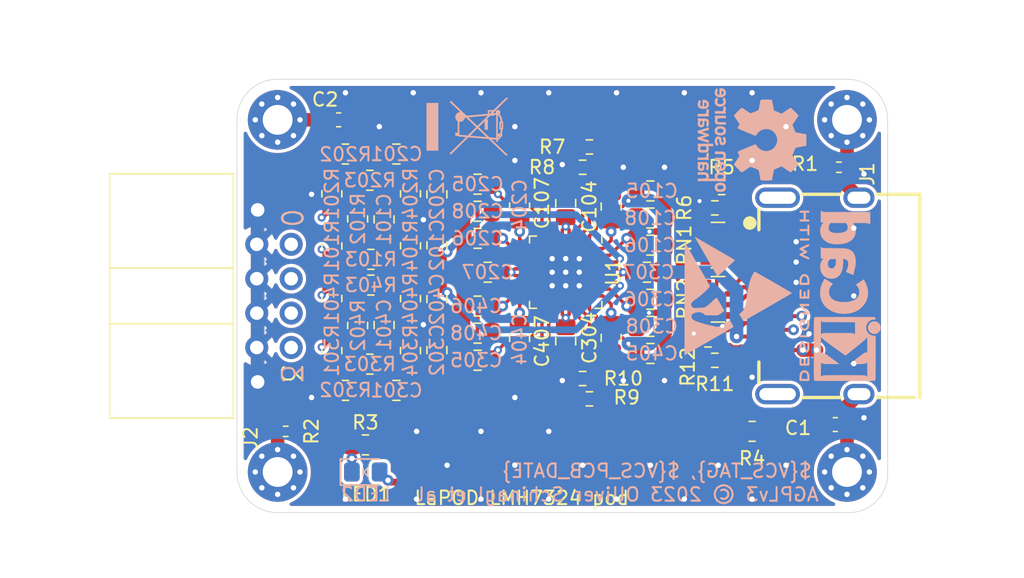
<source format=kicad_pcb>
(kicad_pcb (version 20221018) (generator pcbnew)
  (title_block (title "LaPOD LMH7324 pod") (company "Sergey Petrukhin, Peter Lampe, Nikki Smith & Olliver Schinagl") (comment 1 "AGPLv3 © 2023 Olliver Schinagl et al"))
  (layers (0 "F.Cu" signal) (1 "In1.Cu" signal) (2 "In2.Cu" signal) (31 "B.Cu" signal) (34 "B.Paste" user) (35 "F.Paste" user) (36 "B.SilkS" user "B.Silkscreen") (37 "F.SilkS" user "F.Silkscreen") (38 "B.Mask" user) (39 "F.Mask" user) (44 "Edge.Cuts" user))
  (net 0 "")
  (net 1 "GND")
  (net 2 "Earth")
  (net 3 "+2V5")
  (net 4 "-2V5")
  (net 5 "Net-(C101-Pad1)")
  (net 6 "Net-(U1A-+)")
  (net 7 "VREF")
  (net 8 "Net-(C201-Pad1)")
  (net 9 "Net-(U1B-+)")
  (net 10 "Net-(C301-Pad1)")
  (net 11 "Net-(U1C-+)")
  (net 12 "Net-(C401-Pad1)")
  (net 13 "Net-(U1D-+)")
  (net 14 "Net-(J1-D2+)")
  (net 15 "Net-(J1-D2-)")
  (net 16 "Net-(J1-D1+)")
  (net 17 "Net-(J1-D1-)")
  (net 18 "Net-(J1-D0+)")
  (net 19 "Net-(J1-D0-)")
  (net 20 "Net-(J1-CK+)")
  (net 21 "Net-(J1-CK-)")
  (net 22 "Net-(J1-HPD)")
  (net 23 "IN0")
  (net 24 "IN1")
  (net 25 "IN2")
  (net 26 "IN3")
  (net 27 "Net-(R101-Pad1)")
  (net 28 "Net-(R201-Pad1)")
  (net 29 "Net-(R301-Pad1)")
  (net 30 "Net-(R401-Pad1)")
  (net 31 "OUT0-")
  (net 32 "OUT0+")
  (net 33 "OUT1-")
  (net 34 "OUT1+")
  (net 35 "OUT2-")
  (net 36 "OUT2+")
  (net 37 "OUT3-")
  (net 38 "OUT3+")
  (net 39 "+4V")
  (net 40 "Net-(LED1-K)")
  (footprint "Resistor_SMD:R_0805_2012Metric_Pad1.20x1.40mm_HandSolder" (layer "F.Cu") (at 90.875 59.2)
    (fp_text reference "R403")
    (fp_text value "90.9 kΩ" hide)
  )
  (footprint "Capacitor_SMD:C_0805_2012Metric_Pad1.18x1.45mm_HandSolder" (layer "F.Cu") (at 98.75 64.75 180)
    (fp_text reference "C305")
    (fp_text value "100 nF" hide)
  )
  (footprint "Capacitor_SMD:C_0603_1608Metric_Pad1.08x0.95mm_HandSolder" (layer "F.Cu") (at 88.5 47 180)
    (fp_text reference "C2")
    (fp_text value "100 nF" hide)
  )
  (footprint "Resistor_SMD:R_0805_2012Metric_Pad1.20x1.40mm_HandSolder" (layer "F.Cu") (at 89 66.975 180)
    (fp_text reference "R302")
    (fp_text value "499 Ω" hide)
  )
  (footprint "Capacitor_SMD:C_0805_2012Metric_Pad1.18x1.45mm_HandSolder" (layer "F.Cu") (at 92.7625 49.525)
    (fp_text reference "C201")
    (fp_text value "3.3 pF" hide)
  )
  (footprint "Resistor_SMD:R_Array_Convex_4x0603" (layer "F.Cu") (at 116.4875 60.25)
    (fp_text reference "RN2")
    (fp_text value "49.9 Ω" hide)
  )
  (footprint "Capacitor_SMD:C_0805_2012Metric_Pad1.18x1.45mm_HandSolder" (layer "F.Cu") (at 108.6 53.4 90)
    (fp_text reference "C104")
    (fp_text value "100 nF" hide)
  )
  (footprint "Resistor_SMD:R_0603_1608Metric" (layer "F.Cu") (at 116.25 64.753937)
    (fp_text reference "R11")
    (fp_text value "220 Ω" hide)
  )
  (footprint "Resistor_SMD:R_0805_2012Metric_Pad1.20x1.40mm_HandSolder" (layer "F.Cu") (at 119 70 180)
    (fp_text reference "R4")
    (fp_text value "1 kΩ" hide)
  )
  (footprint "Capacitor_SMD:C_0805_2012Metric_Pad1.18x1.45mm_HandSolder" (layer "F.Cu") (at 95.75 56.2625 -90)
    (fp_text reference "C102")
    (fp_text value "27 pF" hide)
  )
  (footprint "Resistor_SMD:R_0603_1608Metric" (layer "F.Cu") (at 115.75 63.25 180)
    (fp_text reference "R12")
    (fp_text value "220 Ω" hide)
  )
  (footprint "Capacitor_SMD:C_0805_2012Metric_Pad1.18x1.45mm_HandSolder" (layer "F.Cu") (at 95.75 52.5 90)
    (fp_text reference "C202")
    (fp_text value "27 pF" hide)
  )
  (footprint "Capacitor_SMD:C_0805_2012Metric_Pad1.18x1.45mm_HandSolder" (layer "F.Cu") (at 111.5 60.25 180)
    (fp_text reference "C306")
    (fp_text value "100 nF" hide)
  )
  (footprint "MountingHole:MountingHole_2.2mm_M2_Pad_Via" (layer "F.Cu") (at 126 73 -90)
    (fp_text reference "H2" hide)
    (fp_text value "MountingHole_Pad" hide)
  )
  (footprint "Resistor_SMD:R_0402_1005Metric_Pad0.72x0.64mm_HandSolder" (layer "F.Cu") (at 84.5975 70 180)
    (fp_text reference "R2")
    (fp_text value "300 Ω" hide)
  )
  (footprint "Resistor_SMD:R_0805_2012Metric_Pad1.20x1.40mm_HandSolder" (layer "F.Cu") (at 90.475 71)
    (fp_text reference "R3")
    (fp_text value "1 kΩ" hide)
  )
  (footprint "Capacitor_SMD:C_0805_2012Metric_Pad1.18x1.45mm_HandSolder" (layer "F.Cu") (at 98.75 60.75)
    (fp_text reference "C406")
    (fp_text value "100 nF" hide)
  )
  (footprint "Resistor_SMD:R_0805_2012Metric_Pad1.20x1.40mm_HandSolder" (layer "F.Cu") (at 90.8 51.4625)
    (fp_text reference "R203")
    (fp_text value "90.9 kΩ" hide)
  )
  (footprint "Resistor_SMD:R_0805_2012Metric_Pad1.20x1.40mm_HandSolder" (layer "F.Cu") (at 93.8 64.0375 90)
    (fp_text reference "R304")
    (fp_text value "10 kΩ" hide)
  )
  (footprint "Resistor_SMD:R_0603_1608Metric" (layer "F.Cu") (at 106.5 66.1 180)
    (fp_text reference "R10")
    (fp_text value "220 Ω" hide)
  )
  (footprint "Capacitor_SMD:C_0805_2012Metric_Pad1.18x1.45mm_HandSolder" (layer "F.Cu") (at 111.5 56.25 180)
    (fp_text reference "C106")
    (fp_text value "100 nF" hide)
  )
  (footprint "Capacitor_SMD:C_0805_2012Metric_Pad1.18x1.45mm_HandSolder" (layer "F.Cu") (at 101.85 53.4 90)
    (fp_text reference "C204")
    (fp_text value "100 nF" hide)
  )
  (footprint "Capacitor_SMD:C_0805_2012Metric_Pad1.18x1.45mm_HandSolder" (layer "F.Cu") (at 95.75 60.2375 90)
    (fp_text reference "C402")
    (fp_text value "27 pF" hide)
  )
  (footprint "Resistor_SMD:R_0805_2012Metric_Pad1.20x1.40mm_HandSolder" (layer "F.Cu") (at 93.8 52.4625 -90)
    (fp_text reference "R204")
    (fp_text value "10 kΩ" hide)
  )
  (footprint "Capacitor_SMD:C_0805_2012Metric_Pad1.18x1.45mm_HandSolder" (layer "F.Cu") (at 105.25 63.35 -90)
    (fp_text reference "C407")
    (fp_text value "100 nF" hide)
  )
  (footprint "Capacitor_SMD:C_0805_2012Metric_Pad1.18x1.45mm_HandSolder" (layer "F.Cu") (at 98.75 55.75)
    (fp_text reference "C206")
    (fp_text value "100 nF" hide)
  )
  (footprint "Resistor_SMD:R_0805_2012Metric_Pad1.20x1.40mm_HandSolder" (layer "F.Cu") (at 90.875 57.3)
    (fp_text reference "R103")
    (fp_text value "90.9 kΩ" hide)
  )
  (footprint "Capacitor_SMD:C_0805_2012Metric_Pad1.18x1.45mm_HandSolder" (layer "F.Cu") (at 91.85 54.35 -90)
    (fp_text reference "C101")
    (fp_text value "3.3 pF" hide)
  )
  (footprint "Capacitor_SMD:C_0603_1608Metric_Pad1.08x0.95mm_HandSolder" (layer "F.Cu") (at 125.1375 69.5)
    (fp_text reference "C1")
    (fp_text value "100 nF" hide)
  )
  (footprint "MountingHole:MountingHole_2.2mm_M2_Pad_Via" (layer "F.Cu") (at 84 73 -90)
    (fp_text reference "H4" hide)
    (fp_text value "MountingHole_Pad" hide)
  )
  (footprint "Resistor_SMD:R_0805_2012Metric_Pad1.20x1.40mm_HandSolder" (layer "F.Cu") (at 89.9 62.1875 90)
    (fp_text reference "R402")
    (fp_text value "499 Ω" hide)
  )
  (footprint "Capacitor_SMD:C_0805_2012Metric_Pad1.18x1.45mm_HandSolder" (layer "F.Cu") (at 108.6 63.1 -90)
    (fp_text reference "C304")
    (fp_text value "100 nF" hide)
  )
  (footprint "Resistor_SMD:R_0805_2012Metric_Pad1.20x1.40mm_HandSolder" (layer "F.Cu") (at 88 60.1875 90)
    (fp_text reference "R401")
    (fp_text value "300 Ω" hide)
  )
  (footprint "Capacitor_SMD:C_0805_2012Metric_Pad1.18x1.45mm_HandSolder" (layer "F.Cu") (at 105.25 53.15 90)
    (fp_text reference "C107")
    (fp_text value "100 nF" hide)
  )
  (footprint "Capacitor_SMD:C_0805_2012Metric_Pad1.18x1.45mm_HandSolder" (layer "F.Cu") (at 111.5 64.25)
    (fp_text reference "C405")
    (fp_text value "100 nF" hide)
  )
  (footprint "Resistor_SMD:R_0603_1608Metric" (layer "F.Cu") (at 107 49)
    (fp_text reference "R7")
    (fp_text value "220 Ω" hide)
  )
  (footprint "LCSC:HDMI-SMD_HDMI-19PIN-043" (layer "F.Cu") (at 123.5 60 90)
    (fp_text reference "J1")
    (fp_text value "HDMI_A")
  )
  (footprint "Capacitor_SMD:C_0805_2012Metric_Pad1.18x1.45mm_HandSolder" (layer "F.Cu") (at 91.85 62.15 90)
    (fp_text reference "C401")
    (fp_text value "3.3 pF" hide)
  )
  (footprint "Capacitor_SMD:C_0805_2012Metric_Pad1.18x1.45mm_HandSolder" (layer "F.Cu") (at 98.75 51.75 180)
    (fp_text reference "C205")
    (fp_text value "100 nF" hide)
  )
  (footprint "Capacitor_SMD:C_0805_2012Metric_Pad1.18x1.45mm_HandSolder" (layer "F.Cu") (at 99.5 58.25 180)
    (fp_text reference "C207")
    (fp_text value "100 nF" hide)
  )
  (footprint "Capacitor_SMD:C_0805_2012Metric_Pad1.18x1.45mm_HandSolder" (layer "F.Cu") (at 92.7625 66.975)
    (fp_text reference "C301")
    (fp_text value "3.3 pF" hide)
  )
  (footprint "Resistor_SMD:R_Array_Convex_4x0603" (layer "F.Cu") (at 116.4875 56.25)
    (fp_text reference "RN1")
    (fp_text value "49.9 Ω" hide)
  )
  (footprint "Capacitor_SMD:C_0805_2012Metric_Pad1.18x1.45mm_HandSolder" (layer "F.Cu") (at 98.75 62.75)
    (fp_text reference "C408")
    (fp_text value "10 nF" hide)
  )
  (footprint "Resistor_SMD:R_0805_2012Metric_Pad1.20x1.40mm_HandSolder" (layer "F.Cu") (at 90.8 65.0375)
    (fp_text reference "R303")
    (fp_text value "90.9 kΩ" hide)
  )
  (footprint "Capacitor_SMD:C_0805_2012Metric_Pad1.18x1.45mm_HandSolder" (layer "F.Cu") (at 101.85 63.1 -90)
    (fp_text reference "C404")
    (fp_text value "100 nF" hide)
  )
  (footprint "Capacitor_SMD:C_0805_2012Metric_Pad1.18x1.45mm_HandSolder" (layer "F.Cu") (at 111.5 62.25 180)
    (fp_text reference "C308")
    (fp_text value "10 nF" hide)
  )
  (footprint "Resistor_SMD:R_0805_2012Metric_Pad1.20x1.40mm_HandSolder" (layer "F.Cu") (at 88 52.4625 -90)
    (fp_text reference "R201")
    (fp_text value "300 Ω" hide)
  )
  (footprint "Resistor_SMD:R_0805_2012Metric_Pad1.20x1.40mm_HandSolder" (layer "F.Cu") (at 93.8 56.3 90)
    (fp_text reference "R104")
    (fp_text value "10 kΩ" hide)
  )
  (footprint "Capacitor_SMD:C_0805_2012Metric_Pad1.18x1.45mm_HandSolder" (layer "F.Cu") (at 111.5 54.25 180)
    (fp_text reference "C108")
    (fp_text value "10 nF" hide)
  )
  (footprint "Capacitor_SMD:C_0805_2012Metric_Pad1.18x1.45mm_HandSolder" (layer "F.Cu") (at 98.75 53.75)
    (fp_text reference "C208")
    (fp_text value "10 nF" hide)
  )
  (footprint "Resistor_SMD:R_0805_2012Metric_Pad1.20x1.40mm_HandSolder" (layer "F.Cu") (at 93.8 60.2 -90)
    (fp_text reference "R404")
    (fp_text value "10 kΩ" hide)
  )
  (footprint "LED_SMD:LED_0805_2012Metric_Pad1.15x1.40mm_HandSolder" (layer "F.Cu") (at 90.5 73)
    (fp_text reference "LED1")
    (fp_text value "Blue" hide)
  )
  (footprint "MountingHole:MountingHole_2.2mm_M2_Pad_Via" (layer "F.Cu") (at 84 47 -90)
    (fp_text reference "H3" hide)
    (fp_text value "MountingHole_Pad" hide)
  )
  (footprint "Resistor_SMD:R_0805_2012Metric_Pad1.20x1.40mm_HandSolder" (layer "F.Cu") (at 88 64.0375 90)
    (fp_text reference "R301")
    (fp_text value "300 Ω" hide)
  )
  (footprint "Capacitor_SMD:C_0805_2012Metric_Pad1.18x1.45mm_HandSolder" (layer "F.Cu") (at 111.25 58.25)
    (fp_text reference "C307")
    (fp_text value "100 nF" hide)
  )
  (footprint "Capacitor_SMD:C_0805_2012Metric_Pad1.18x1.45mm_HandSolder" (layer "F.Cu") (at 95.75 64 -90)
    (fp_text reference "C302")
    (fp_text value "27 pF" hide)
  )
  (footprint "MountingHole:MountingHole_2.2mm_M2_Pad_Via" (layer "F.Cu") (at 126 47 -90)
    (fp_text reference "H1" hide)
    (fp_text value "MountingHole_Pad" hide)
  )
  (footprint "Resistor_SMD:R_0603_1608Metric" (layer "F.Cu") (at 116.75 52)
    (fp_text reference "R5")
    (fp_text value "220 Ω" hide)
  )
  (footprint "Package_DFN_QFN:WQFN-32-1EP_5x5mm_P0.5mm_EP3.1x3.1mm" (layer "F.Cu") (at 105.25 58.25 -90)
    (fp_text reference "U1")
    (fp_text value "LMH7324")
  )
  (footprint "Resistor_SMD:R_0402_1005Metric_Pad0.72x0.64mm_HandSolder" (layer "F.Cu") (at 125.4025 50.5)
    (fp_text reference "R1")
    (fp_text value "300 Ω" hide)
  )
  (footprint "Resistor_SMD:R_0805_2012Metric_Pad1.20x1.40mm_HandSolder" (layer "F.Cu") (at 89 49.525 180)
    (fp_text reference "R202")
    (fp_text value "499 Ω" hide)
  )
  (footprint "Resistor_SMD:R_0603_1608Metric" (layer "F.Cu") (at 116.25 53.5 180)
    (fp_text reference "R6")
    (fp_text value "220 Ω" hide)
  )
  (footprint "Connector_IDC:IDC-Header_2x04_P2.54mm_Horizontal" (layer "F.Cu") (at 85 63.81 180)
    (fp_text reference "J2")
    (fp_text value "Conn_02x04_Odd_Even")
  )
  (footprint "Resistor_SMD:R_0603_1608Metric" (layer "F.Cu") (at 106.5 50.5 180)
    (fp_text reference "R8")
    (fp_text value "220 Ω" hide)
  )
  (footprint "Resistor_SMD:R_0805_2012Metric_Pad1.20x1.40mm_HandSolder" (layer "F.Cu") (at 88 56.3125 -90)
    (fp_text reference "R101")
    (fp_text value "300 Ω" hide)
  )
  (footprint "Capacitor_SMD:C_0805_2012Metric_Pad1.18x1.45mm_HandSolder" (layer "F.Cu") (at 111.5 52.25)
    (fp_text reference "C105")
    (fp_text value "100 nF" hide)
  )
  (footprint "Resistor_SMD:R_0603_1608Metric" (layer "F.Cu") (at 107 67.6)
    (fp_text reference "R9")
    (fp_text value "220 Ω" hide)
  )
  (footprint "Resistor_SMD:R_0805_2012Metric_Pad1.20x1.40mm_HandSolder" (layer "F.Cu") (at 89.9 54.3125 -90)
    (fp_text reference "R102")
    (fp_text value "499 Ω" hide)
  )
  (footprint "LED_SMD:LED_0805_2012Metric_Pad1.15x1.40mm_HandSolder" (layer "B.Cu") (at 90.5 73)
    (fp_text reference "LED2")
    (fp_text value "Blue")
  )
  (footprint "Symbol:ESD-Logo_8.9x8mm_SilkScreen" (layer "B.Cu") (at 118 60 90)
    (fp_text reference "LG1" hide)
    (fp_text value "ESD-Logo_8.9x8mm_SilkScreen" hide)
  )
  (footprint "Symbol:WEEE-Logo_4.2x6mm_SilkScreen" (layer "B.Cu") (at 98 47.5 90)
    (fp_text reference "LG4" hide)
    (fp_text value "WEEE-Logo_4.2x6mm_SilkScreen" hide)
  )
  (footprint "Symbol:OSHW-Logo_7.5x8mm_SilkScreen" (layer "B.Cu") (at 119 48.5 90)
    (fp_text reference "LG3" hide)
    (fp_text value "OSHW-Logo_7.5x8mm_SilkScreen" hide)
  )
  (footprint "Symbol:KiCad-Logo2_5mm_SilkScreen" (layer "B.Cu") (at 125.5 60 90)
    (fp_text reference "LG2" hide)
    (fp_text value "KiCad-Logo2_5mm_SilkScreen" hide)
  )
  (gr_line (start 90.650001 73.301899) (end 90.350001 73.001899) (stroke (width 0.1)) (layer "B.SilkS"))
  (gr_line (start 90.650001 73.301899) (end 90.650001 72.701899) (stroke (width 0.1)) (layer "B.SilkS"))
  (gr_line (start 90.3 73.25) (end 90.3 72.75) (stroke (width 0.1)) (layer "B.SilkS"))
  (gr_line (start 90.650001 72.701899) (end 90.350001 73.001899) (stroke (width 0.1)) (layer "B.SilkS"))
  (gr_line (start 90.3 73.25) (end 90.3 72.75) (stroke (width 0.1)) (layer "F.SilkS"))
  (gr_line (start 90.650001 73.301899) (end 90.650001 72.701899) (stroke (width 0.1)) (layer "F.SilkS"))
  (gr_line (start 90.350001 73.001899) (end 90.650001 73.301899) (stroke (width 0.1)) (layer "F.SilkS"))
  (gr_line (start 90.350001 73.001899) (end 90.650001 72.701899) (stroke (width 0.1)) (layer "F.SilkS"))
  (gr_line (start 129 47) (end 129 73) (stroke (width 0.05)) (layer "Edge.Cuts"))
  (gr_arc (start 81 47) (mid 81.87868 44.87868) (end 84 44) (stroke (width 0.05)) (layer "Edge.Cuts"))
  (gr_line (start 126.25 76) (end 84 76) (stroke (width 0.05)) (layer "Edge.Cuts"))
  (gr_line (start 81 47) (end 81 73) (stroke (width 0.05)) (layer "Edge.Cuts"))
  (gr_arc (start 126 44) (mid 128.12132 44.87868) (end 129 47) (stroke (width 0.05)) (layer "Edge.Cuts"))
  (gr_arc (start 84 76) (mid 81.87868 75.12132) (end 81 73) (stroke (width 0.05)) (layer "Edge.Cuts"))
  (gr_arc (start 129 73) (mid 128.24632 75.069544) (end 126.25 76) (stroke (width 0.05)) (layer "Edge.Cuts"))
  (gr_line (start 84 44) (end 126 44) (stroke (width 0.05)) (layer "Edge.Cuts"))
  (gr_text "${COMMENT1}" (at 124 75.25) (layer "B.SilkS") (effects (font (size 1 1)) (justify left bottom mirror)))
  (gr_text "${VCS_TAG}, ${VCS_PCB_DATE}" (at 123.5 73.5) (layer "B.SilkS") (effects (font (size 1 1)) (justify left bottom mirror)))
  (gr_text "${TITLE}" (at 94 75.5) (layer "F.SilkS") (effects (font (size 1 1)) (justify left bottom)))
  (segment (start 105.25 65.675) (end 105.25 64.3875) (width 1) (layer "F.Cu") (net 1))
  (segment (start 118.275 62.225) (end 116.8 62.225) (width 0.25) (layer "F.Cu") (net 1))
  (segment (start 94.75 54.375) (end 95.5875 53.5375) (width 1) (layer "F.Cu") (net 1))
  (segment (start 93.8375 63.0375) (end 93.8 63.0375) (width 1) (layer "F.Cu") (net 1))
  (segment (start 97.7125 51.75) (end 97.7125 52.75) (width 1) (layer "F.Cu") (net 1))
  (segment (start 120.12 63.5) (end 121.618821 63.5) (width 0.3) (layer "F.Cu") (net 1))
  (segment (start 95.5875 53.5375) (end 95.75 53.5375) (width 1) (layer "F.Cu") (net 1))
  (segment (start 97.7125 63.75) (end 97.7125 64.75) (width 1) (layer "F.Cu") (net 1))
  (segment (start 94.75 62.125) (end 95.6 61.275) (width 1) (layer "F.Cu") (net 1))
  (segment (start 108.6 49.775) (end 107.825 49) (width 0.5) (layer "F.Cu") (net 1))
  (segment (start 97 63.0375) (end 97.7125 63.75) (width 1) (layer "F.Cu") (net 1))
  (segment (start 120.12 59) (end 122.25 59) (width 0.3) (layer "F.Cu") (net 1))
  (segment (start 94.75 62.125) (end 95.5875 62.9625) (width 1) (layer "F.Cu") (net 1))
  (segment (start 94.75 62.125) (end 93.8375 63.0375) (width 1) (layer "F.Cu") (net 1))
  (segment (start 112.5375 61.25) (end 112.5375 55.25) (width 1) (layer "F.Cu") (net 1))
  (segment (start 93.8 63.0375) (end 97 63.0375) (width 1) (layer "F.Cu") (net 1))
  (segment (start 111.425 55.25) (end 112.5375 55.25) (width 0.5) (layer "F.Cu") (net 1))
  (segment (start 105.25 50.925) (end 105.25 52.1125) (width 1) (layer "F.Cu") (net 1))
  (segment (start 115.425 53.5) (end 115.1245 53.1995) (width 0.3) (layer "F.Cu") (net 1))
  (segment (start 118.675024 63.5) (end 117.421087 64.753937) (width 0.3) (layer "F.Cu") (net 1))
  (segment (start 96.925 53.5375) (end 97.7125 52.75) (width 1) (layer "F.Cu") (net 1))
  (segment (start 111.4 61.25) (end 112.5375 61.25) (width 0.5) (layer "F.Cu") (net 1))
  (segment (start 98.4625 58.25) (end 97.7125 57.5) (width 1) (layer "F.Cu") (net 1))
  (segment (start 118.5 62) (end 118.275 62.225) (width 0.25) (layer "F.Cu") (net 1))
  (segment (start 94.75 62.125) (end 93.825 61.2) (width 1) (layer "F.Cu") (net 1))
  (segment (start 105.15 66.1) (end 105 66.25) (width 1) (layer "F.Cu") (net 1))
  (segment (start 93.825 61.2) (end 93.8 61.2) (width 1) (layer "F.Cu") (net 1))
  (segment (start 108.6 52.3625) (end 108.6 49.775) (width 0.5) (layer "F.Cu") (net 1))
  (segment (start 120.12 57.5) (end 122.25 57.5) (width 0.3) (layer "F.Cu") (net 1))
  (segment (start 120.12 60.5) (end 122.25 60.5) (width 0.3) (layer "F.Cu") (net 1))
  (segment (start 95.75 53.5375) (end 96.925 53.5375) (width 1) (layer "F.Cu") (net 1))
  (segment (start 105.675 66.1) (end 105.25 65.675) (width 1) (layer "F.Cu") (net 1))
  (segment (start 105.675 50.5) (end 105.2 50.5) (width 1) (layer "F.Cu") (net 1))
  (segment (start 120.12 63.5) (end 118.675024 63.5) (width 0.3) (layer "F.Cu") (net 1))
  (segment (start 97.7125 59) (end 97.7125 60.75) (width 1) (layer "F.Cu") (net 1))
  (segment (start 120.12 62) (end 118.5 62) (width 0.25) (layer "F.Cu") (net 1))
  (segment (start 120.12 56) (end 122.25 56) (width 0.3) (layer "F.Cu") (net 1))
  (segment (start 94.75 54.375) (end 93.8375 53.4625) (width 1) (layer "F.Cu") (net 1))
  (segment (start 114.925 63.25) (end 114.5 63.675) (width 0.3) (layer "F.Cu") (net 1))
  (segment (start 95.6 61.275) (end 95.75 61.275) (width 1) (layer "F.Cu") (net 1))
  (segment (start 97.2625 61.2) (end 97.7125 60.75) (width 1) (layer "F.Cu") (net 1))
  (segment (start 93.8375 53.4625) (end 93.8 53.4625) (width 1) (layer "F.Cu") (net 1))
  (segment (start 115.1 52.9755) (end 115.1 51.4) (width 0.3) (layer "F.Cu") (net 1))
  (segment (start 95.75 55.225) (end 97.1875 55.225) (width 1) (layer "F.Cu") (net 1))
  (segment (start 114.5 63.675) (end 114.5 64.5) (width 0.3) (layer "F.Cu") (net 1))
  (segment (start 112.5375 55.25) (end 112.5375 50.5) (width 1) (layer "F.Cu") (net 1))
  (segment (start 115.1245 53) (end 115.1 52.9755) (width 0.3) (layer "F.Cu") (net 1))
  (segment (start 117.421087 64.753937) (end 117.075 64.753937) (width 0.3) (layer "F.Cu") (net 1))
  (segment (start 105.2 50.5) (end 105 50.3) (width 1) (layer "F.Cu") (net 1))
  (segment (start 115.1245 53.1995) (end 115.1245 53) (width 0.3) (layer "F.Cu") (net 1))
  (segment (start 94.75 54.375) (end 95.6 55.225) (width 1) (layer "F.Cu") (net 1))
  (segment (start 105.675 50.5) (end 105.25 50.925) (width 1) (layer "F.Cu") (net 1))
  (segment (start 95.5875 62.9625) (end 95.75 62.9625) (width 1) (layer "F.Cu") (net 1))
  (segment (start 93.825 55.3) (end 93.8 55.3) (width 1) (layer "F.Cu") (net 1))
  (segment (start 97.7125 52.75) (end 97.7125 63.75) (width 1) (layer "F.Cu") (net 1))
  (segment (start 97.7125 57.5) (end 97.7125 55.75) (width 1) (layer "F.Cu") (net 1))
  (segment (start 82.525 53.65) (end 82.525 66.35) (width 1) (layer "F.Cu") (net 1))
  (segment (start 97.1875 55.225) (end 97.7125 55.75) (width 1) (layer "F.Cu") (net 1))
  (segment (start 105.675 66.1) (end 105.15 66.1) (width 1) (layer "F.Cu") (net 1))
  (segment (start 95.6 55.225) (end 95.75 55.225) (width 1) (layer "F.Cu") (net 1))
  (segment (start 98.4625 58.25) (end 97.7125 59) (width 1) (layer "F.Cu") (net 1))
  (segment (start 94.75 54.375) (end 93.825 55.3) (width 1) (layer "F.Cu") (net 1))
  (segment (start 112.5375 66.25) (end 112.5375 61.25) (width 1) (layer "F.Cu") (net 1))
  (segment (start 93.8 61.2) (end 97.2625 61.2) (width 1) (layer "F.Cu") (net 1))
  (via (at 104 70) (size 0.8) (drill 0.4) (layers "F.Cu" "B.Cu") (net 1))
  (via (at 86.5 67.5) (size 0.8) (drill 0.4) (layers "F.Cu" "B.Cu") (net 1))
  (via (at 127.25 69) (size 0.8) (drill 0.4) (layers "F.Cu" "B.Cu") (net 1))
  (via (at 126.5 60) (size 0.8) (drill 0.4) (layers "F.Cu" "B.Cu") (net 1))
  (via (at 109.5 50.5) (size 0.8) (drill 0.4) (layers "F.Cu" "B.Cu") (net 1))
  (via (at 119 50) (size 0.8) (drill 0.4) (layers "F.Cu" "B.Cu") (net 1))
  (via (at 121.5 47.5) (size 0.8) (drill 0.4) (layers "F.Cu" "B.Cu") (net 1))
  (via (at 111.4 61.25) (size 0.6) (drill 0.3) (layers "F.Cu" "B.Cu") (net 1))
  (via (at 104.25 59.25) (size 0.8) (drill 0.4) (layers "F.Cu" "B.Cu") (net 1))
  (via (at 105.25 59.25) (size 0.8) (drill 0.4) (layers "F.Cu" "B.Cu") (net 1))
  (via (at 105 66.25) (size 0.8) (drill 0.4) (layers "F.Cu" "B.Cu") (net 1))
  (via (at 96.5 72.5) (size 0.8) (drill 0.4) (layers "F.Cu" "B.Cu") (net 1))
  (via (at 114 45) (size 0.8) (drill 0.4) (layers "F.Cu" "B.Cu") (net 1))
  (via (at 91.5 47.5) (size 0.8) (drill 0.4) (layers "F.Cu" "B.Cu") (net 1))
  (via (at 105.25 57.25) (size 0.8) (drill 0.4) (layers "F.Cu" "B.Cu") (net 1))
  (via (at 106.25 57.25) (size 0.8) (drill 0.4) (layers "F.Cu" "B.Cu") (net 1))
  (via (at 82.525 66.35) (size 2) (drill 1) (layers "F.Cu" "B.Cu") (net 1))
  (via (at 122.25 59) (size 0.8) (drill 0.4) (layers "F.Cu" "B.Cu") (net 1))
  (via (at 106.5 72.5) (size 0.8) (drill 0.4) (layers "F.Cu" "B.Cu") (net 1))
  (via (at 94.25 70) (size 0.8) (drill 0.4) (layers "F.Cu" "B.Cu") (net 1))
  (via (at 109 75) (size 0.8) (drill 0.4) (layers "F.Cu" "B.Cu") (net 1))
  (via (at 106.25 58.25) (size 0.8) (drill 0.4) (layers "F.Cu" "B.Cu") (net 1))
  (via (at 104 45) (size 0.8) (drill 0.4) (layers "F.Cu" "B.Cu") (net 1))
  (via (at 89 45) (size 0.8) (drill 0.4) (layers "F.Cu" "B.Cu") (net 1))
  (via (at 89 75) (size 0.8) (drill 0.4) (layers "F.Cu" "B.Cu") (net 1))
  (via (at 112.5375 50.5) (size 0.8) (drill 0.4) (layers "F.Cu" "B.Cu") (net 1))
  (via (at 101.5 67.5) (size 0.8) (drill 0.4) (layers "F.Cu" "B.Cu") (net 1))
  (via (at 122.25 57.5) (size 0.8) (drill 0.4) (layers "F.Cu" "B.Cu") (net 1))
  (via (at 116.8 62.225) (size 0.6) (drill 0.3) (layers "F.Cu" "B.Cu") (net 1))
  (via (at 94.75 54.375) (size 0.8) (drill 0.4) (layers "F.Cu" "B.Cu") (net 1))
  (via (at 105 50.3) (size 0.8) (drill 0.4) (layers "F.Cu" "B.Cu") (net 1))
  (via (at 109.5 66.25) (size 0.8) (drill 0.4) (layers "F.Cu" "B.Cu") (net 1))
  (via (at 86.5 52.5) (size 0.8) (drill 0.4) (layers "F.Cu" "B.Cu") (net 1))
  (via (at 94.25 75) (size 0.8) (drill 0.4) (layers "F.Cu" "B.Cu") (net 1))
  (via (at 111.5 72.5) (size 0.8) (drill 0.4) (layers "F.Cu" "B.Cu") (net 1))
  (via (at 104 75) (size 0.8) (drill 0.4) (layers "F.Cu" "B.Cu") (net 1))
  (via (at 101.5 50) (size 0.8) (drill 0.4) (layers "F.Cu" "B.Cu") (net 1))
  (via (at 104.25 57.25) (size 0.8) (drill 0.4) (layers "F.Cu" "B.Cu") (net 1))
  (via (at 112.5375 66.25) (size 0.8) (drill 0.4) (layers "F.Cu" "B.Cu") (net 1))
  (via (at 94 45) (size 0.8) (drill 0.4) (layers "F.Cu" "B.Cu") (net 1))
  (via (at 82.525 53.65) (size 2) (drill 1) (layers "F.Cu" "B.Cu") (net 1))
  (via (at 116.5 72.5) (size 0.8) (drill 0.4) (layers "F.Cu" "B.Cu") (net 1))
  (via (at 109 45) (size 0.8) (drill 0.4) (layers "F.Cu" "B.Cu") (net 1))
  (via (at 99 45) (size 0.8) (drill 0.4) (layers "F.Cu" "B.Cu") (net 1))
  (via (at 111.425 55.25) (size 0.6) (drill 0.3) (layers "F.Cu" "B.Cu") (net 1))
  (via (at 119 66) (size 0.8) (drill 0.4) (layers "F.Cu" "B.Cu") (net 1))
  (via (at 101.5 47.5) (size 0.8) (drill 0.4) (layers "F.Cu" "B.Cu") (net 1))
  (via (at 105.25 58.25) (size 0.8) (drill 0.4) (layers "F.Cu" "B.Cu") (net 1))
  (via (at 127.25 51) (size 0.8) (drill 0.4) (layers "F.Cu" "B.Cu") (net 1))
  (via (at 114 75) (size 0.8) (drill 0.4) (layers "F.Cu" "B.Cu") (net 1))
  (via (at 123.2 62.8) (size 0.8) (drill 0.4) (layers "F.Cu" "B.Cu") (net 1))
  (via (at 94.75 62.125) (size 0.8) (drill 0.4) (layers "F.Cu" "B.Cu") (net 1))
  (via (at 101.5 72.5) (size 0.8) (drill 0.4) (layers "F.Cu" "B.Cu") (net 1))
  (via (at 106.25 59.25) (size 0.8) (drill 0.4) (layers "F.Cu" "B.Cu") (net 1))
  (via (at 119 45) (size 0.8) (drill 0.4) (layers "F.Cu" "B.Cu") (net 1))
  (via (at 99 75) (size 0.8) (drill 0.4) (layers "F.Cu" "B.Cu") (net 1))
  (via (at 99 70) (size 0.8) (drill 0.4) (layers "F.Cu" "B.Cu") (net 1))
  (via (at 115.1245 53) (size 0.6) (drill 0.3) (layers "F.Cu" "B.Cu") (net 1))
  (via (at 119 75) (size 0.8) (drill 0.4) (layers "F.Cu" "B.Cu") (net 1))
  (via (at 122.25 56) (size 0.8) (drill 0.4) (layers "F.Cu" "B.Cu") (net 1))
  (via (at 114.7 62.775) (size 0.6) (drill 0.3) (layers "F.Cu" "B.Cu") (net 1))
  (via (at 121.5 72.5) (size 0.8) (drill 0.4) (layers "F.Cu" "B.Cu") (net 1))
  (via (at 104.25 58.25) (size 0.8) (drill 0.4) (layers "F.Cu" "B.Cu") (net 1))
  (via (at 126.5 55) (size 0.8) (drill 0.4) (layers "F.Cu" "B.Cu") (net 1))
  (via (at 126.5 65) (size 0.8) (drill 0.4) (layers "F.Cu" "B.Cu") (net 1))
  (segment (start 82.525 66.35) (end 82.525 53.65) (width 1) (layer "B.Cu") (net 1))
  (segment (start 126 68.13) (end 126 73) (width 1) (layer "F.Cu") (net 2))
  (segment (start 84 47) (end 87.6375 47) (width 1) (layer "F.Cu") (net 2))
  (segment (start 84 70) (end 84 73) (width 1) (layer "F.Cu") (net 2))
  (segment (start 126 51.87) (end 126 47) (width 1) (layer "F.Cu") (net 2))
  (segment (start 126.88 52.75) (end 126 51.87) (width 1) (layer "F.Cu") (net 2))
  (segment (start 126.88 67.25) (end 126 68.13) (width 1) (layer "F.Cu") (net 2))
  (segment (start 103 53.75) (end 103 55.05) (width 0.25) (layer "F.Cu") (net 3))
  (segment (start 107 61) (end 107.5 61.5) (width 0.25) (layer "F.Cu") (net 3))
  (segment (start 110.4625 64.25) (end 110.4625 64.1125) (width 0.5) (layer "F.Cu") (net 3))
  (segment (start 99.7875 52.0125) (end 101.175 53.4) (width 0.25) (layer "F.Cu") (net 3))
  (segment (start 101.15 63.1) (end 102.65 63.1) (width 0.25) (layer "F.Cu") (net 3))
  (segment (start 102.65 53.4) (end 103 53.75) (width 0.25) (layer "F.Cu") (net 3))
  (segment (start 107.5 53.75) (end 107.5 55.05) (width 0.25) (layer "F.Cu") (net 3))
  (segment (start 100.25 64) (end 101.15 63.1) (width 0.25) (layer "F.Cu") (net 3))
  (segment (start 103.5 55.55) (end 103.5 55.85) (width 0.25) (layer "F.Cu") (net 3))
  (segment (start 103 61.5) (end 103.5 61) (width 0.25) (layer "F.Cu") (net 3))
  (segment (start 110.4625 52.3875) (end 110.4625 52.25) (width 0.5) (layer "F.Cu") (net 3))
  (segment (start 107 55.55) (end 107 55.85) (width 0.25) (layer "F.Cu") (net 3))
  (segment (start 120.12 63) (end 117.85 63) (width 0.3) (layer "F.Cu") (net 3))
  (segment (start 109.875 52.975) (end 110.4625 52.3875) (width 0.5) (layer "F.Cu") (net 3))
  (segment (start 103 55.05) (end 103.5 55.55) (width 0.25) (layer "F.Cu") (net 3))
  (segment (start 109.875 52.975) (end 109.45 53.4) (width 0.25) (layer "F.Cu") (net 3))
  (segment (start 110.4625 64.1125) (end 109.875 63.525) (width 0.5) (layer "F.Cu") (net 3))
  (segment (start 107.5 61.5) (end 107.5 62.794087) (width 0.25) (layer "F.Cu") (net 3))
  (segment (start 107.805913 63.1) (end 109.45 63.1) (width 0.25) (layer "F.Cu") (net 3))
  (segment (start 107.5 62.794087) (end 107.805913 63.1) (width 0.25) (layer "F.Cu") (net 3))
  (segment (start 99.7875 64.4625) (end 100.25 64) (width 0.5) (layer "F.Cu") (net 3))
  (segment (start 99.7875 64.75) (end 99.7875 64.4625) (width 0.5) (layer "F.Cu") (net 3))
  (segment (start 103 62.75) (end 103 61.5) (width 0.25) (layer "F.Cu") (net 3))
  (segment (start 99.7875 51.75) (end 99.7875 52.0125) (width 0.25) (layer "F.Cu") (net 3))
  (segment (start 103.5 61) (end 103.5 60.65) (width 0.25) (layer "F.Cu") (net 3))
  (segment (start 107.85 53.4) (end 107.5 53.75) (width 0.25) (layer "F.Cu") (net 3))
  (segment (start 107.5 55.05) (end 107 55.55) (width 0.25) (layer "F.Cu") (net 3))
  (segment (start 109.45 53.4) (end 107.85 53.4) (width 0.25) (layer "F.Cu") (net 3))
  (segment (start 101.175 53.4) (end 102.65 53.4) (width 0.25) (layer "F.Cu") (net 3))
  (segment (start 102.65 63.1) (end 103 62.75) (width 0.25) (layer "F.Cu") (net 3))
  (segment (start 109.45 63.1) (end 109.875 63.525) (width 0.25) (layer "F.Cu") (net 3))
  (segment (start 107 60.65) (end 107 61) (width 0.25) (layer "F.Cu") (net 3))
  (via (at 100.25 52.475) (size 0.6) (drill 0.3) (layers "F.Cu" "B.Cu") (net 3))
  (via (at 109.875 63.525) (size 0.6) (drill 0.3) (layers "F.Cu" "B.Cu") (net 3))
  (via (at 109.875 52.975) (size 0.6) (drill 0.3) (layers "F.Cu" "B.Cu") (net 3))
  (via (at 100.25 64) (size 0.6) (drill 0.3) (layers "F.Cu" "B.Cu") (net 3))
  (via (at 117.85 63) (size 0.8) (drill 0.4) (layers "F.Cu" "B.Cu") (net 3))
  (segment (start 112.4995 53.9995) (end 112.4995 62.5005) (width 1) (layer "B.Cu") (net 3))
  (segment (start 112.4995 62.5005) (end 111.475 63.525) (width 1) (layer "B.Cu") (net 3))
  (segment (start 116.5 58.25) (end 117.85 59.6) (width 1) (layer "B.Cu") (net 3))
  (segment (start 111.475 52.975) (end 112.4995 53.9995) (width 1) (layer "B.Cu") (net 3))
  (segment (start 117.85 59.6) (end 117.85 63) (width 1) (layer "B.Cu") (net 3))
  (segment (start 112.4995 58.25) (end 116.5 58.25) (width 1) (layer "B.Cu") (net 3))
  (segment (start 111.475 63.525) (end 109.875 63.525) (width 1) (layer "B.Cu") (net 3))
  (segment (start 109.875 52.975) (end 111.475 52.975) (width 1) (layer "B.Cu") (net 3))
  (segment (start 109.5 58.25) (end 109.25 58.5) (width 0.25) (layer "F.Cu") (net 4))
  (segment (start 105.25 54.8745) (end 105.5 55.1245) (width 0.25) (layer "F.Cu") (net 4))
  (segment (start 120.12 62.5) (end 122.05 62.5) (width 0.3) (layer "F.Cu") (net 4))
  (segment (start 101.5 58.5) (end 102.85 58.5) (width 0.25) (layer "F.Cu") (net 4))
  (segment (start 105.25 61.6255) (end 105 61.3755) (width 0.25) (layer "F.Cu") (net 4))
  (segment (start 105.5 61.3755) (end 105.5 60.65) (width 0.25) (layer "F.Cu") (net 4))
  (segment (start 105.25 54.8745) (end 105 55.1245) (width 0.25) (layer "F.Cu") (net 4))
  (segment (start 105 61.3755) (end 105 60.65) (width 0.25) (layer "F.Cu") (net 4))
  (segment (start 101.25 58.25) (end 101.5 58) (width 0.25) (layer "F.Cu") (net 4))
  (segment (start 101.5 58) (end 102.85 58) (width 0.25) (layer "F.Cu") (net 4))
  (segment (start 105.25 54.1875) (end 105.25 54.8745) (width 0.5) (layer "F.Cu") (net 4))
  (segment (start 109.25 58.5) (end 107.65 58.5) (width 0.25) (layer "F.Cu") (net 4))
  (segment (start 107.65 58) (end 109.25 58) (width 0.25) (layer "F.Cu") (net 4))
  (segment (start 110.2125 58.25) (end 109.5 58.25) (width 0.5) (layer "F.Cu") (net 4))
  (segment (start 105.5 55.1245) (end 105.5 55.85) (width 0.25) (layer "F.Cu") (net 4))
  (segment (start 105.25 61.6255) (end 105.5 61.3755) (width 0.25) (layer "F.Cu") (net 4))
  (segment (start 109.25 58) (end 109.5 58.25) (width 0.25) (layer "F.Cu") (net 4))
  (segment (start 105.25 62.3125) (end 105.25 61.6255) (width 0.5) (layer "F.Cu") (net 4))
  (segment (start 101.25 58.25) (end 101.5 58.5) (width 0.25) (layer "F.Cu") (net 4))
  (segment (start 105 55.1245) (end 105 55.85) (width 0.25) (layer "F.Cu") (net 4))
  (segment (start 100.5375 58.25) (end 101.25 58.25) (width 0.5) (layer "F.Cu") (net 4))
  (via (at 122.05 62.5) (size 0.8) (drill 0.4) (layers "F.Cu" "B.Cu") (net 4))
  (via (at 105.25 61.6255) (size 0.6) (drill 0.3) (layers "F.Cu" "B.Cu") (net 4))
  (via (at 105.25 54.8745) (size 0.6) (drill 0.3) (layers "F.Cu" "B.Cu") (net 4))
  (via (at 109.5 58.25) (size 0.6) (drill 0.3) (layers "F.Cu" "B.Cu") (net 4))
  (via (at 101.25 58.25) (size 0.6) (drill 0.3) (layers "F.Cu" "B.Cu") (net 4))
  (segment (start 91.85 53.3125) (end 89.9 53.3125) (width 0.5) (layer "F.Cu") (net 5))
  (segment (start 91.875 57.3) (end 95.75 57.3) (width 0.5) (layer "F.Cu") (net 6))
  (segment (start 96.5 56.75) (end 95.95 57.3) (width 0.5) (layer "F.Cu") (net 6))
  (segment (start 109.25 57.25) (end 109 57.5) (width 0.25) (layer "F.Cu") (net 6))
  (segment (start 91.875 55.4125) (end 91.85 55.3875) (width 0.5) (layer "F.Cu") (net 6))
  (segment (start 91.875 57.3) (end 91.875 55.4125) (width 0.5) (layer "F.Cu") (net 6))
  (segment (start 95.95 57.3) (end 95.75 57.3) (width 0.5) (layer "F.Cu") (net 6))
  (segment (start 109 57.5) (end 107.65 57.5) (width 0.25) (layer "F.Cu") (net 6))
  (via (at 96.5 56.75) (size 0.8) (drill 0.4) (layers "F.Cu" "B.Cu") (net 6))
  (via (at 109.25 57.25) (size 0.6) (drill 0.3) (layers "F.Cu" "B.Cu") (net 6))
  (segment (start 99.25 54) (end 96.5 56.75) (width 0.5) (layer "B.Cu") (net 6))
  (segment (start 99.25 54) (end 106 54) (width 0.5) (layer "B.Cu") (net 6))
  (segment (start 106 54) (end 109.25 57.25) (width 0.5) (layer "B.Cu") (net 6))
  (segment (start 122.05 61.5) (end 122.6505 61.5) (width 0.3) (layer "F.Cu") (net 7))
  (segment (start 108.5 59.5) (end 107.65 59.5) (width 0.25) (layer "F.Cu") (net 7))
  (segment (start 110.4625 60.25) (end 110.25 60.25) (width 0.5) (layer "F.Cu") (net 7))
  (segment (start 101.85 57) (end 102.85 57) (width 0.25) (layer "F.Cu") (net 7))
  (segment (start 100.6 60.75) (end 101.85 59.5) (width 0.25) (layer "F.Cu") (net 7))
  (segment (start 109.9625 55.75) (end 109.75 55.75) (width 0.5) (layer "F.Cu") (net 7))
  (segment (start 99.7875 53.75) (end 99.7875 55.75) (width 0.5) (layer "F.Cu") (net 7))
  (segment (start 99.7875 60.75) (end 100.6 60.75) (width 0.5) (layer "F.Cu") (net 7))
  (segment (start 110.4625 54.25) (end 110.4625 56.25) (width 0.5) (layer "F.Cu") (net 7))
  (segment (start 99.7875 53.75) (end 99.7875 54.9375) (width 0.5) (layer "F.Cu") (net 7))
  (segment (start 109.75 60.75) (end 108.5 59.5) (width 0.25) (layer "F.Cu") (net 7))
  (segment (start 110.25 60.25) (end 109.75 60.75) (width 0.5) (layer "F.Cu") (net 7))
  (segment (start 120.12 61.5) (end 122.05 61.5) (width 0.3) (layer "F.Cu") (net 7))
  (segment (start 110.4625 54.25) (end 110.4625 55.0375) (width 0.5) (layer "F.Cu") (net 7))
  (segment (start 110.4625 56.25) (end 110.25 56.25) (width 0.5) (layer "F.Cu") (net 7))
  (segment (start 110.4625 62.25) (end 110.4625 61.4625) (width 0.5) (layer "F.Cu") (net 7))
  (segment (start 100.6 55.75) (end 101.85 57) (width 0.25) (layer "F.Cu") (net 7))
  (segment (start 99.7875 54.9375) (end 100.6 55.75) (width 0.5) (layer "F.Cu") (net 7))
  (segment (start 110.4625 55.0375) (end 109.75 55.75) (width 0.5) (layer "F.Cu") (net 7))
  (segment (start 110.4625 60.25) (end 110.4625 62.25) (width 0.5) (layer "F.Cu") (net 7))
  (segment (start 99.7875 62.75) (end 99.7875 61.5625) (width 0.5) (layer "F.Cu") (net 7))
  (segment (start 99.7875 62.75) (end 99.7875 60.75) (width 0.5) (layer "F.Cu") (net 7))
  (segment (start 110.25 56.25) (end 109.75 55.75) (width 0.5) (layer "F.Cu") (net 7))
  (segment (start 110.4625 61.4625) (end 109.75 60.75) (width 0.5) (layer "F.Cu") (net 7))
  (segment (start 110.4625 56.25) (end 109.9625 55.75) (width 0.5) (layer "F.Cu") (net 7))
  (segment (start 101.85 59.5) (end 102.85 59.5) (width 0.25) (layer "F.Cu") (net 7))
  (segment (start 109.75 55.75) (end 108.5 57) (width 0.25) (layer "F.Cu") (net 7))
  (segment (start 108.5 57) (end 107.65 57) (width 0.25) (layer "F.Cu") (net 7))
  (segment (start 99.7875 61.5625) (end 100.6 60.75) (width 0.5) (layer "F.Cu") (net 7))
  (segment (start 100.6 55.75) (end 99.7875 55.75) (width 0.5) (layer "F.Cu") (net 7))
  (via (at 109.75 60.75) (size 0.8) (drill 0.4) (layers "F.Cu" "B.Cu") (net 7))
  (via (at 100.6 60.75) (size 0.8) (drill 0.4) (layers "F.Cu" "B.Cu") (net 7))
  (via (at 109.75 55.75) (size 0.8) (drill 0.4) (layers "F.Cu" "B.Cu") (net 7))
  (via (at 122.6505 61.5) (size 0.8) (drill 0.4) (layers "F.Cu" "B.Cu") (net 7))
  (via (at 100.6 55.75) (size 0.8) (drill 0.4) (layers "F.Cu" "B.Cu") (net 7))
  (segment (start 90 49.525) (end 91.725 49.525) (width 0.5) (layer "F.Cu") (net 8))
  (segment (start 98.75 56.544087) (end 98.75 50.25) (width 0.3) (layer "F.Cu") (net 9))
  (segment (start 97.2 49.225) (end 97.2 48.337525) (width 0.3) (layer "F.Cu") (net 9))
  (segment (start 101.080762 57) (end 101.580762 57.5) (width 0.25) (layer "F.Cu") (net 9))
  (segment (start 101.580762 57.5) (end 102.85 57.5) (width 0.25) (layer "F.Cu") (net 9))
  (segment (start 98.025 49.525) (end 97.5 49.525) (width 0.3) (layer "F.Cu") (net 9))
  (segment (start 95.75 51.4625) (end 91.8 51.4625) (width 0.5) (layer "F.Cu") (net 9))
  (segment (start 95.4 48.337507) (end 95.4 49.225) (width 0.3) (layer "F.Cu") (net 9))
  (segment (start 93.8 49.525) (end 93.8 51.4625) (width 0.5) (layer "F.Cu") (net 9))
  (segment (start 96.6 48.337525) (end 96.6 49.225) (width 0.3) (layer "F.Cu") (net 9))
  (segment (start 95.1 49.525) (end 94.764227 49.525) (width 0.3) (layer "F.Cu") (net 9))
  (segment (start 96 49.225) (end 96 48.337507) (width 0.3) (layer "F.Cu") (net 9))
  (segment (start 98.75 50.25) (end 98.025 49.525) (width 0.3) (layer "F.Cu") (net 9))
  (segment (start 99.205913 57) (end 98.75 56.544087) (width 0.3) (layer "F.Cu") (net 9))
  (segment (start 94.764227 49.525) (end 93.8 49.525) (width 0.3) (layer "F.Cu") (net 9))
  (segment (start 101.080762 57) (end 99.205913 57) (width 0.3) (layer "F.Cu") (net 9))
  (arc (start 95.4 49.225) (mid 95.312132 49.437132) (end 95.1 49.525) (width 0.3) (layer "F.Cu") (net 9))
  (arc (start 95.7 48.037507) (mid 95.487868 48.125375) (end 95.4 48.337507) (width 0.3) (layer "F.Cu") (net 9))
  (arc (start 97.2 48.337525) (mid 97.112132 48.125393) (end 96.9 48.037525) (width 0.3) (layer "F.Cu") (net 9))
  (arc (start 96.3 49.525) (mid 96.087868 49.437132) (end 96 49.225) (width 0.3) (layer "F.Cu") (net 9))
  (arc (start 96 48.337507) (mid 95.912132 48.125375) (end 95.7 48.037507) (width 0.3) (layer "F.Cu") (net 9))
  (arc (start 96.9 48.037525) (mid 96.687868 48.125393) (end 96.6 48.337525) (width 0.3) (layer "F.Cu") (net 9))
  (arc (start 96.6 49.225) (mid 96.512132 49.437132) (end 96.3 49.525) (width 0.3) (layer "F.Cu") (net 9))
  (arc (start 97.5 49.525) (mid 97.287868 49.437132) (end 97.2 49.225) (width 0.3) (layer "F.Cu") (net 9))
  (segment (start 91.725 66.975) (end 90 66.975) (width 0.5) (layer "F.Cu") (net 10))
  (segment (start 98.025 66.975) (end 97.5 66.975) (width 0.3) (layer "F.Cu") (net 11))
  (segment (start 101.080762 59.5) (end 101.580762 59) (width 0.25) (layer "F.Cu") (net 11))
  (segment (start 99.205913 59.5) (end 98.75 59.955913) (width 0.3) (layer "F.Cu") (net 11))
  (segment (start 96 67.275) (end 96 68.162493) (width 0.3) (layer "F.Cu") (net 11))
  (segment (start 98.75 66.25) (end 98.025 66.975) (width 0.3) (layer "F.Cu") (net 11))
  (segment (start 97.2 67.275) (end 97.2 68.162475) (width 0.3) (layer "F.Cu") (net 11))
  (segment (start 95.1 66.975) (end 94.764227 66.975) (width 0.3) (layer "F.Cu") (net 11))
  (segment (start 93.8 66.975) (end 93.8 65.0375) (width 0.5) (layer "F.Cu") (net 11))
  (segment (start 101.580762 59) (end 102.85 59) (width 0.25) (layer "F.Cu") (net 11))
  (segment (start 94.764227 66.975) (end 93.8 66.975) (width 0.3) (layer "F.Cu") (net 11))
  (segment (start 96.6 68.162475) (end 96.6 67.275) (width 0.3) (layer "F.Cu") (net 11))
  (segment (start 95.75 65.0375) (end 91.8 65.0375) (width 0.5) (layer "F.Cu") (net 11))
  (segment (start 95.4 68.162493) (end 95.4 67.275) (width 0.3) (layer "F.Cu") (net 11))
  (segment (start 101.080762 59.5) (end 99.205913 59.5) (width 0.3) (layer "F.Cu") (net 11))
  (segment (start 98.75 59.955913) (end 98.75 66.25) (width 0.3) (layer "F.Cu") (net 11))
  (arc (start 97.2 68.162475) (mid 97.112132 68.374607) (end 96.9 68.462475) (width 0.3) (layer "F.Cu") (net 11))
  (arc (start 96.9 68.462475) (mid 96.687868 68.374607) (end 96.6 68.162475) (width 0.3) (layer "F.Cu") (net 11))
  (arc (start 95.7 68.462493) (mid 95.487868 68.374625) (end 95.4 68.162493) (width 0.3) (layer "F.Cu") (net 11))
  (arc (start 96 68.162493) (mid 95.912132 68.374625) (end 95.7 68.462493) (width 0.3) (layer "F.Cu") (net 11))
  (arc (start 96.6 67.275) (mid 96.512132 67.062868) (end 96.3 66.975) (width 0.3) (layer "F.Cu") (net 11))
  (arc (start 95.4 67.275) (mid 95.312132 67.062868) (end 95.1 66.975) (width 0.3) (layer "F.Cu") (net 11))
  (arc (start 97.5 66.975) (mid 97.287868 67.062868) (end 97.2 67.275) (width 0.3) (layer "F.Cu") (net 11))
  (arc (start 96.3 66.975) (mid 96.087868 67.062868) (end 96 67.275) (width 0.3) (layer "F.Cu") (net 11))
  (segment (start 91.85 63.1875) (end 89.9 63.1875) (width 0.5) (layer "F.Cu") (net 12))
  (segment (start 91.875 59.2) (end 95.75 59.2) (width 0.5) (layer "F.Cu") (net 13))
  (segment (start 96.5 59.75) (end 95.95 59.2) (width 0.5) (layer "F.Cu") (net 13))
  (segment (start 91.875 61.0875) (end 91.85 61.1125) (width 0.5) (layer "F.Cu") (net 13))
  (segment (start 95.95 59.2) (end 95.75 59.2) (width 0.5) (layer "F.Cu") (net 13))
  (segment (start 109.25 59.25) (end 109 59) (width 0.25) (layer "F.Cu") (net 13))
  (segment (start 109 59) (end 107.65 59) (width 0.25) (layer "F.Cu") (net 13))
  (segment (start 91.875 59.2) (end 91.875 61.0875) (width 0.5) (layer "F.Cu") (net 13))
  (via (at 109.25 59.25) (size 0.6) (drill 0.3) (layers "F.Cu" "B.Cu") (net 13))
  (via (at 96.5 59.75) (size 0.8) (drill 0.4) (layers "F.Cu" "B.Cu") (net 13))
  (segment (start 99.25 62.5) (end 106 62.5) (width 0.5) (layer "B.Cu") (net 13))
  (segment (start 106 62.5) (end 109.25 59.25) (width 0.5) (layer "B.Cu") (net 13))
  (segment (start 96.5 59.75) (end 99.25 62.5) (width 0.5) (layer "B.Cu") (net 13))
  (segment (start 118.525 55.5) (end 118.375 55.35) (width 0.3) (layer "F.Cu") (net 14))
  (segment (start 118.216224 55.05) (end 117.3875 55.05) (width 0.3) (layer "F.Cu") (net 14))
  (segment (start 120.12 55.5) (end 118.525 55.5) (width 0.3) (layer "F.Cu") (net 14))
  (segment (start 118.375 55.208776) (end 118.216224 55.05) (width 0.3) (layer "F.Cu") (net 14))
  (segment (start 118.375 55.35) (end 118.375 55.208776) (width 0.3) (layer "F.Cu") (net 14))
  (segment (start 117.925 55.85) (end 117.3875 55.85) (width 0.3) (layer "F.Cu") (net 15))
  (segment (start 118.575 56.5) (end 117.925 55.85) (width 0.3) (layer "F.Cu") (net 15))
  (segment (start 120.12 56.5) (end 118.575 56.5) (width 0.3) (layer "F.Cu") (net 15))
  (segment (start 118.675 57) (end 118.525 57.15) (width 0.3) (layer "F.Cu") (net 16))
  (segment (start 118.525 57.15) (end 118.325 57.15) (width 0.3) (layer "F.Cu") (net 16))
  (segment (start 120.12 57) (end 118.675 57) (width 0.3) (layer "F.Cu") (net 16))
  (segment (start 118.325 57.15) (end 117.825 56.65) (width 0.3) (layer "F.Cu") (net 16))
  (segment (start 117.825 56.65) (end 117.3875 56.65) (width 0.3) (layer "F.Cu") (net 16))
  (segment (start 117.845592 57.45) (end 118.125 57.729408) (width 0.3) (layer "F.Cu") (net 17))
  (segment (start 117.3875 57.45) (end 117.845592 57.45) (width 0.3) (layer "F.Cu") (net 17))
  (segment (start 118.125 57.8) (end 118.325 58) (width 0.3) (layer "F.Cu") (net 17))
  (segment (start 118.125 57.729408) (end 118.125 57.8) (width 0.3) (layer "F.Cu") (net 17))
  (segment (start 118.325 58) (end 120.12 58) (width 0.3) (layer "F.Cu") (net 17))
  (segment (start 117.845592 59.05) (end 118.125 58.770592) (width 0.3) (layer "F.Cu") (net 18))
  (segment (start 118.325 58.5) (end 120.12 58.5) (width 0.3) (layer "F.Cu") (net 18))
  (segment (start 118.125 58.770592) (end 118.125 58.7) (width 0.3) (layer "F.Cu") (net 18))
  (segment (start 118.125 58.7) (end 118.325 58.5) (width 0.3) (layer "F.Cu") (net 18))
  (segment (start 117.3875 59.05) (end 117.845592 59.05) (width 0.3) (layer "F.Cu") (net 18))
  (segment (start 118.325 59.35) (end 117.825 59.85) (width 0.3) (layer "F.Cu") (net 19))
  (segment (start 120.12 59.5) (end 118.675 59.5) (width 0.3) (layer "F.Cu") (net 19))
  (segment (start 118.675 59.5) (end 118.525 59.35) (width 0.3) (layer "F.Cu") (net 19))
  (segment (start 117.825 59.85) (end 117.3875 59.85) (width 0.3) (layer "F.Cu") (net 19))
  (segment (start 118.525 59.35) (end 118.325 59.35) (width 0.3) (layer "F.Cu") (net 19))
  (segment (start 120.12 60) (end 118.541238 60) (width 0.3) (layer "F.Cu") (net 20))
  (segment (start 118.541238 60) (end 117.891238 60.65) (width 0.3) (layer "F.Cu") (net 20))
  (segment (start 117.891238 60.65) (end 117.3875 60.65) (width 0.3) (layer "F.Cu") (net 20))
  (segment (start 118.375 61.15) (end 118.375 61.291224) (width 0.3) (layer "F.Cu") (net 21))
  (segment (start 118.525 61) (end 118.375 61.15) (width 0.3) (layer "F.Cu") (net 21))
  (segment (start 118.375 61.291224) (end 118.216224 61.45) (width 0.3) (layer "F.Cu") (net 21))
  (segment (start 120.12 61) (end 118.525 61) (width 0.3) (layer "F.Cu") (net 21))
  (segment (start 118.216224 61.45) (end 117.3875 61.45) (width 0.3) (layer "F.Cu") (net 21))
  (segment (start 118 70) (end 118 65.32) (width 0.25) (layer "F.Cu") (net 22))
  (segment (start 118 65.32) (end 118.82 64.5) (width 0.25) (layer "F.Cu") (net 22))
  (segment (start 118.82 64.5) (end 120.12 64.5) (width 0.25) (layer "F.Cu") (net 22))
  (segment (start 88 63.0375) (end 87.25 63.7875) (width 0.4) (layer "F.Cu") (net 23))
  (via (at 87.25 63.7875) (size 0.6) (drill 0.3) (layers "F.Cu" "B.Cu") (net 23))
  (segment (start 88 59.188453) (end 88 59.1875) (width 0.4) (layer "F.Cu") (net 24))
  (segment (start 87.249047 59.938453) (end 87.25 59.938453) (width 0.4) (layer "F.Cu") (net 24))
  (segment (start 87.25 59.938453) (end 88 59.188453) (width 0.4) (layer "F.Cu") (net 24))
  (via (at 87.25 59.938453) (size 0.6) (drill 0.3) (layers "F.Cu" "B.Cu") (net 24))
  (segment (start 87.25 56.5625) (end 88 57.3125) (width 0.4) (layer "F.Cu") (net 25))
  (via (at 87.25 56.5625) (size 0.6) (drill 0.3) (layers "F.Cu" "B.Cu") (net 25))
  (segment (start 88 53.4625) (end 87.25 54.2125) (width 0.4) (layer "F.Cu") (net 26))
  (via (at 87.25 54.2125) (size 0.6) (drill 0.3) (layers "F.Cu" "B.Cu") (net 26))
  (segment (start 89.875 55.3375) (end 89.9 55.3125) (width 0.5) (layer "F.Cu") (net 27))
  (segment (start 89.9 55.3125) (end 88 55.3125) (width 0.5) (layer "F.Cu") (net 27))
  (segment (start 89.875 57.3) (end 89.875 55.3375) (width 0.5) (layer "F.Cu") (net 27))
  (segment (start 88 49.525) (end 88 51.4625) (width 0.5) (layer "F.Cu") (net 28))
  (segment (start 89.8 51.4625) (end 88 51.4625) (width 0.5) (layer "F.Cu") (net 28))
  (segment (start 88 66.975) (end 88 65.0375) (width 0.5) (layer "F.Cu") (net 29))
  (segment (start 89.8 65.0375) (end 88 65.0375) (width 0.5) (layer "F.Cu") (net 29))
  (segment (start 88 61.1875) (end 89.9 61.1875) (width 0.5) (layer "F.Cu") (net 30))
  (segment (start 89.875 61.1625) (end 89.9 61.1875) (width 0.5) (layer "F.Cu") (net 30))
  (segment (start 89.875 59.2) (end 89.875 61.1625) (width 0.5) (layer "F.Cu") (net 30))
  (segment (start 109.585396 70.5) (end 114.075 70.5) (width 0.25) (layer "F.Cu") (net 31))
  (segment (start 108.925 71.064434) (end 108.925 70.725) (width 0.25) (layer "F.Cu") (net 31))
  (segment (start 106.25 70.5) (end 107.25 70.5) (width 0.25) (layer "F.Cu") (net 31))
  (segment (start 107.475 70.725) (end 107.475 71.064434) (width 0.25) (layer "F.Cu") (net 31))
  (segment (start 109.15 70.5) (end 109.585396 70.5) (width 0.25) (layer "F.Cu") (net 31))
  (segment (start 114.075 70.5) (end 116.25 68.325) (width 0.25) (layer "F.Cu") (net 31))
  (segment (start 103.5 67.75) (end 106.25 70.5) (width 0.25) (layer "F.Cu") (net 31))
  (segment (start 103.5 61.646446) (end 103.5 67.75) (width 0.25) (layer "F.Cu") (net 31))
  (segment (start 104 60.65) (end 104 61.146446) (width 0.25) (layer "F.Cu") (net 31))
  (segment (start 116.25 68.325) (end 116.25 62.575) (width 0.25) (layer "F.Cu") (net 31))
  (segment (start 104 61.146446) (end 103.5 61.646446) (width 0.25) (layer "F.Cu") (net 31))
  (segment (start 115.5875 61.9125) (end 115.5875 61.45) (width 0.25) (layer "F.Cu") (net 31))
  (segment (start 116.25 62.575) (end 115.5875 61.9125) (width 0.25) (layer "F.Cu") (net 31))
  (arc (start 107.475 71.064434) (mid 107.687348 71.577086) (end 108.2 71.789434) (width 0.25) (layer "F.Cu") (net 31))
  (arc (start 108.925 70.725) (mid 108.990901 70.565901) (end 109.15 70.5) (width 0.25) (layer "F.Cu") (net 31))
  (arc (start 108.2 71.789434) (mid 108.712652 71.577086) (end 108.925 71.064434) (width 0.25) (layer "F.Cu") (net 31))
  (arc (start 107.25 70.5) (mid 107.409099 70.565901) (end 107.475 70.725) (width 0.25) (layer "F.Cu") (net 31))
  (segment (start 113.863604 70) (end 115.75 68.113604) (width 0.25) (layer "F.Cu") (net 32))
  (segment (start 114.963 60.65) (end 115.5875 60.65) (width 0.25) (layer "F.Cu") (net 32))
  (segment (start 114.75 61.763442) (end 114.75 60.863) (width 0.25) (layer "F.Cu") (net 32))
  (segment (start 107.975 70.725) (end 107.975 71.064434) (width 0.25) (layer "F.Cu") (net 32))
  (segment (start 109.15 70) (end 109.585396 70) (width 0.25) (layer "F.Cu") (net 32))
  (segment (start 104 61.853554) (end 104 67.55) (width 0.25) (layer "F.Cu") (net 32))
  (segment (start 104.5 60.65) (end 104.5 61.353554) (width 0.25) (layer "F.Cu") (net 32))
  (segment (start 106.45 70) (end 107.25 70) (width 0.25) (layer "F.Cu") (net 32))
  (segment (start 115.75 62.763442) (end 114.75 61.763442) (width 0.25) (layer "F.Cu") (net 32))
  (segment (start 109.585396 70) (end 113.863604 70) (width 0.25) (layer "F.Cu") (net 32))
  (segment (start 115.75 68.113604) (end 115.75 62.763442) (width 0.25) (layer "F.Cu") (net 32))
  (segment (start 108.425 71.064434) (end 108.425 70.725) (width 0.25) (layer "F.Cu") (net 32))
  (segment (start 104.5 61.353554) (end 104 61.853554) (width 0.25) (layer "F.Cu") (net 32))
  (segment (start 104 67.55) (end 106.45 70) (width 0.25) (layer "F.Cu") (net 32))
  (segment (start 114.75 60.863) (end 114.963 60.65) (width 0.25) (layer "F.Cu") (net 32))
  (arc (start 107.975 71.064434) (mid 108.040901 71.223533) (end 108.2 71.289434) (width 0.25) (layer "F.Cu") (net 32))
  (arc (start 108.425 70.725) (mid 108.637348 70.212348) (end 109.15 70) (width 0.25) (layer "F.Cu") (net 32))
  (arc (start 108.2 71.289434) (mid 108.359099 71.223533) (end 108.425 71.064434) (width 0.25) (layer "F.Cu") (net 32))
  (arc (start 107.25 70) (mid 107.762652 70.212348) (end 107.975 70.725) (width 0.25) (layer "F.Cu") (net 32))
  (segment (start 113.5 68.146446) (end 113.146446 68.5) (width 0.25) (layer "F.Cu") (net 33))
  (segment (start 116.15 59.85) (end 116.3875 59.6125) (width 0.25) (layer "F.Cu") (net 33))
  (segment (start 113.5 59.5) (end 113.5 68.146446) (width 0.25) (layer "F.Cu") (net 33))
  (segment (start 107 61.63569) (end 106.5 61.13569) (width 0.25) (layer "F.Cu") (net 33))
  (segment (start 113.146446 68.5) (end 112 68.5) (width 0.25) (layer "F.Cu") (net 33))
  (segment (start 115.5875 59.85) (end 116.15 59.85) (width 0.25) (layer "F.Cu") (net 33))
  (segment (start 107 68.146446) (end 107 61.63569) (width 0.25) (layer "F.Cu") (net 33))
  (segment (start 114.75 58.25) (end 113.5 59.5) (width 0.25) (layer "F.Cu") (net 33))
  (segment (start 116 58.25) (end 114.75 58.25) (width 0.25) (layer "F.Cu") (net 33))
  (segment (start 110.1 68.5) (end 109.073741 68.5) (width 0.25) (layer "F.Cu") (net 33))
  (segment (start 116.3875 59.6125) (end 116.3875 58.6375) (width 0.25) (layer "F.Cu") (net 33))
  (segment (start 110.325 67.603328) (end 110.325 68.275) (width 0.25) (layer "F.Cu") (net 33))
  (segment (start 106.5 61.13569) (end 106.5 60.65) (width 0.25) (layer "F.Cu") (net 33))
  (segment (start 111.775 68.275) (end 111.775 67.603328) (width 0.25) (layer "F.Cu") (net 33))
  (segment (start 109.073741 68.5) (end 107.353554 68.5) (width 0.25) (layer "F.Cu") (net 33))
  (segment (start 116.3875 58.6375) (end 116 58.25) (width 0.25) (layer "F.Cu") (net 33))
  (segment (start 107.353554 68.5) (end 107 68.146446) (width 0.25) (layer "F.Cu") (net 33))
  (arc (start 112 68.5) (mid 111.840901 68.434099) (end 111.775 68.275) (width 0.25) (layer "F.Cu") (net 33))
  (arc (start 110.325 68.275) (mid 110.259099 68.434099) (end 110.1 68.5) (width 0.25) (layer "F.Cu") (net 33))
  (arc (start 111.775 67.603328) (mid 111.562652 67.090676) (end 111.05 66.878328) (width 0.25) (layer "F.Cu") (net 33))
  (arc (start 111.05 66.878328) (mid 110.537348 67.090676) (end 110.325 67.603328) (width 0.25) (layer "F.Cu") (net 33))
  (segment (start 111.275 68.275) (end 111.275 67.603328) (width 0.25) (layer "F.Cu") (net 34))
  (segment (start 110.1 69) (end 109.073741 69) (width 0.25) (layer "F.Cu") (net 34))
  (segment (start 114 59.75) (end 114 65.55) (width 0.25) (layer "F.Cu") (net 34))
  (segment (start 114 68.25) (end 114 68.353554) (width 0.25) (layer "F.Cu") (net 34))
  (segment (start 106 61.342798) (end 106 60.65) (width 0.25) (layer "F.Cu") (net 34))
  (segment (start 114.225 67.575) (end 114.327446 67.575) (width 0.25) (layer "F.Cu") (net 34))
  (segment (start 109.073741 69) (end 107.146446 69) (width 0.25) (layer "F.Cu") (net 34))
  (segment (start 114.327446 68.025) (end 114.225 68.025) (width 0.25) (layer "F.Cu") (net 34))
  (segment (start 113.353554 69) (end 112 69) (width 0.25) (layer "F.Cu") (net 34))
  (segment (start 114.225 66.675) (end 114.327446 66.675) (width 0.25) (layer "F.Cu") (net 34))
  (segment (start 106.5 68.353554) (end 106.5 61.842798) (width 0.25) (layer "F.Cu") (net 34))
  (segment (start 106.5 61.842798) (end 106 61.342798) (width 0.25) (layer "F.Cu") (net 34))
  (segment (start 107.146446 69) (end 106.5 68.353554) (width 0.25) (layer "F.Cu") (net 34))
  (segment (start 114.225 65.775) (end 114.327446 65.775) (width 0.25) (layer "F.Cu") (net 34))
  (segment (start 114.327446 66.225) (end 114.225 66.225) (width 0.25) (layer "F.Cu") (net 34))
  (segment (start 114 68.353554) (end 113.353554 69) (width 0.25) (layer "F.Cu") (net 34))
  (segment (start 115.587 59.051) (end 114.699 59.051) (width 0.25) (layer "F.Cu") (net 34))
  (segment (start 110.825 67.603328) (end 110.825 68.275) (width 0.25) (layer "F.Cu") (net 34))
  (segment (start 114.699 59.051) (end 114 59.75) (width 0.25) (layer "F.Cu") (net 34))
  (segment (start 114.327446 67.125) (end 114.225 67.125) (width 0.25) (layer "F.Cu") (net 34))
  (arc (start 114 67.35) (mid 114.065901 67.509099) (end 114.225 67.575) (width 0.25) (layer "F.Cu") (net 34))
  (arc (start 110.825 68.275) (mid 110.612652 68.787652) (end 110.1 69) (width 0.25) (layer "F.Cu") (net 34))
  (arc (start 114.552446 67.8) (mid 114.486545 67.959099) (end 114.327446 68.025) (width 0.25) (layer "F.Cu") (net 34))
  (arc (start 114.225 68.025) (mid 114.065901 68.090901) (end 114 68.25) (width 0.25) (layer "F.Cu") (net 34))
  (arc (start 112 69) (mid 111.487348 68.787652) (end 111.275 68.275) (width 0.25) (layer "F.Cu") (net 34))
  (arc (start 114.552446 66) (mid 114.486545 66.159099) (end 114.327446 66.225) (width 0.25) (layer "F.Cu") (net 34))
  (arc (start 114.225 67.125) (mid 114.065901 67.190901) (end 114 67.35) (width 0.25) (layer "F.Cu") (net 34))
  (arc (start 111.275 67.603328) (mid 111.209099 67.444229) (end 111.05 67.378328) (width 0.25) (layer "F.Cu") (net 34))
  (arc (start 114.327446 66.675) (mid 114.486545 66.740901) (end 114.552446 66.9) (width 0.25) (layer "F.Cu") (net 34))
  (arc (start 111.05 67.378328) (mid 110.890901 67.444229) (end 110.825 67.603328) (width 0.25) (layer "F.Cu") (net 34))
  (arc (start 114.225 66.225) (mid 114.065901 66.290901) (end 114 66.45) (width 0.25) (layer "F.Cu") (net 34))
  (arc (start 114 65.55) (mid 114.065901 65.709099) (end 114.225 65.775) (width 0.25) (layer "F.Cu") (net 34))
  (arc (start 114.327446 65.775) (mid 114.486545 65.840901) (end 114.552446 66) (width 0.25) (layer "F.Cu") (net 34))
  (arc (start 114.327446 67.575) (mid 114.486545 67.640901) (end 114.552446 67.8) (width 0.25) (layer "F.Cu") (net 34))
  (arc (start 114 66.45) (mid 114.065901 66.609099) (end 114.225 66.675) (width 0.25) (layer "F.Cu") (net 34))
  (arc (start 114.552446 66.9) (mid 114.486545 67.059099) (end 114.327446 67.125) (width 0.25) (layer "F.Cu") (net 34))
  (segment (start 111.075 48.970777) (end 111.075 48.225) (width 0.25) (layer "F.Cu") (net 35))
  (segment (start 107 53.210648) (end 107 53.3) (width 0.25) (layer "F.Cu") (net 35))
  (segment (start 107.180275 51.680275) (end 107.180276 51.680275) (width 0.25) (layer "F.Cu") (net 35))
  (segment (start 107.180276 52.130275) (end 107.180275 52.130275) (width 0.25) (layer "F.Cu") (net 35))
  (segment (start 114.65 57.3) (end 114 56.65) (width 0.25) (layer "F.Cu") (net 35))
  (segment (start 115.3875 57.45) (end 115.2375 57.3) (width 0.25) (layer "F.Cu") (net 35))
  (segment (start 106.5 55.36431) (end 106.5 55.85) (width 0.25) (layer "F.Cu") (net 35))
  (segment (start 107.180325 53.030324) (end 107.180324 53.030324) (width 0.25) (layer "F.Cu") (net 35))
  (segment (start 112.525 48.225) (end 112.525 48.970777) (width 0.25) (layer "F.Cu") (net 35))
  (segment (start 107.360649 52.760648) (end 107.360649 52.85) (width 0.25) (layer "F.Cu") (net 35))
  (segment (start 114 48.5) (end 113.5 48) (width 0.25) (layer "F.Cu") (net 35))
  (segment (start 115.2375 57.3) (end 114.65 57.3) (width 0.25) (layer "F.Cu") (net 35))
  (segment (start 107 53.3) (end 107 54.86431) (width 0.25) (layer "F.Cu") (net 35))
  (segment (start 115.5875 57.45) (end 115.3875 57.45) (width 0.25) (layer "F.Cu") (net 35))
  (segment (start 107.180324 52.580324) (end 107.180325 52.580324) (width 0.25) (layer "F.Cu") (net 35))
  (segment (start 107 54.86431) (end 106.5 55.36431) (width 0.25) (layer "F.Cu") (net 35))
  (segment (start 107 48.45) (end 107 51.5) (width 0.25) (layer "F.Cu") (net 35))
  (segment (start 108.95 48) (end 108.58682 48) (width 0.25) (layer "F.Cu") (net 35))
  (segment (start 107 52.31055) (end 107 52.4) (width 0.25) (layer "F.Cu") (net 35))
  (segment (start 113.5 48) (end 112.75 48) (width 0.25) (layer "F.Cu") (net 35))
  (segment (start 109.175 48.970754) (end 109.175 48.225) (width 0.25) (layer "F.Cu") (net 35))
  (segment (start 110.625 48.225) (end 110.625 48.970754) (width 0.25) (layer "F.Cu") (net 35))
  (segment (start 107.45 48) (end 107 48.45) (width 0.25) (layer "F.Cu") (net 35))
  (segment (start 107.360551 51.86055) (end 107.360551 51.95) (width 0.25) (layer "F.Cu") (net 35))
  (segment (start 108.58682 48) (end 107.45 48) (width 0.25) (layer "F.Cu") (net 35))
  (segment (start 114 56.65) (end 114 48.5) (width 0.25) (layer "F.Cu") (net 35))
  (arc (start 110.85 48) (mid 110.690901 48.065901) (end 110.625 48.225) (width 0.25) (layer "F.Cu") (net 35))
  (arc (start 107 52.4) (mid 107.052816 52.527508) (end 107.180324 52.580324) (width 0.25) (layer "F.Cu") (net 35))
  (arc (start 107.180324 53.030324) (mid 107.052816 53.08314) (end 107 53.210648) (width 0.25) (layer "F.Cu") (net 35))
  (arc (start 111.075 48.225) (mid 111.009099 48.065901) (end 110.85 48) (width 0.25) (layer "F.Cu") (net 35))
  (arc (start 107.180276 51.680275) (mid 107.30775 51.733076) (end 107.360551 51.86055) (width 0.25) (layer "F.Cu") (net 35))
  (arc (start 107.180275 52.130275) (mid 107.052801 52.183076) (end 107 52.31055) (width 0.25) (layer "F.Cu") (net 35))
  (arc (start 107 51.5) (mid 107.052801 51.627474) (end 107.180275 51.680275) (width 0.25) (layer "F.Cu") (net 35))
  (arc (start 107.360551 51.95) (mid 107.30775 52.077474) (end 107.180276 52.130275) (width 0.25) (layer "F.Cu") (net 35))
  (arc (start 107.360649 52.85) (mid 107.307833 52.977508) (end 107.180325 53.030324) (width 0.25) (layer "F.Cu") (net 35))
  (arc (start 112.525 48.970777) (mid 112.312652 49.483429) (end 111.8 49.695777) (width 0.25) (layer "F.Cu") (net 35))
  (arc (start 111.8 49.695777) (mid 111.287348 49.483429) (end 111.075 48.970777) (width 0.25) (layer "F.Cu") (net 35))
  (arc (start 109.175 48.225) (mid 109.109099 48.065901) (end 108.95 48) (width 0.25) (layer "F.Cu") (net 35))
  (arc (start 110.625 48.970754) (mid 110.412652 49.483406) (end 109.9 49.695754) (width 0.25) (layer "F.Cu") (net 35))
  (arc (start 107.180325 52.580324) (mid 107.307833 52.63314) (end 107.360649 52.760648) (width 0.25) (layer "F.Cu") (net 35))
  (arc (start 112.75 48) (mid 112.590901 48.065901) (end 112.525 48.225) (width 0.25) (layer "F.Cu") (net 35))
  (arc (start 109.9 49.695754) (mid 109.387348 49.483406) (end 109.175 48.970754) (width 0.25) (layer "F.Cu") (net 35))
  (segment (start 107.25 47.5) (end 106.5 48.25) (width 0.25) (layer "F.Cu") (net 36))
  (segment (start 106 55.157202) (end 106 55.85) (width 0.25) (layer "F.Cu") (net 36))
  (segment (start 113.7 47.5) (end 112.75 47.5) (width 0.25) (layer "F.Cu") (net 36))
  (segment (start 114.5 56.448223) (end 114.5 48.3) (width 0.25) (layer "F.Cu") (net 36))
  (segment (start 115.2375 56.8) (end 114.851777 56.8) (width 0.25) (layer "F.Cu") (net 36))
  (segment (start 115.5875 56.65) (end 115.3875 56.65) (width 0.25) (layer "F.Cu") (net 36))
  (segment (start 110.125 48.225) (end 110.125 48.970754) (width 0.25) (layer "F.Cu") (net 36))
  (segment (start 114.5 48.3) (end 113.7 47.5) (width 0.25) (layer "F.Cu") (net 36))
  (segment (start 112.025 48.225) (end 112.025 48.970777) (width 0.25) (layer "F.Cu") (net 36))
  (segment (start 106.5 54.657202) (end 106 55.157202) (width 0.25) (layer "F.Cu") (net 36))
  (segment (start 108.58682 47.5) (end 107.25 47.5) (width 0.25) (layer "F.Cu") (net 36))
  (segment (start 115.3875 56.65) (end 115.2375 56.8) (width 0.25) (layer "F.Cu") (net 36))
  (segment (start 109.675 48.970754) (end 109.675 48.225) (width 0.25) (layer "F.Cu") (net 36))
  (segment (start 108.95 47.5) (end 108.58682 47.5) (width 0.25) (layer "F.Cu") (net 36))
  (segment (start 114.851777 56.8) (end 114.5 56.448223) (width 0.25) (layer "F.Cu") (net 36))
  (segment (start 111.575 48.970777) (end 111.575 48.225) (width 0.25) (layer "F.Cu") (net 36))
  (segment (start 106.5 48.25) (end 106.5 54.657202) (width 0.25) (layer "F.Cu") (net 36))
  (arc (start 109.9 49.195754) (mid 109.740901 49.129853) (end 109.675 48.970754) (width 0.25) (layer "F.Cu") (net 36))
  (arc (start 111.8 49.195777) (mid 111.640901 49.129876) (end 111.575 48.970777) (width 0.25) (layer "F.Cu") (net 36))
  (arc (start 109.675 48.225) (mid 109.462652 47.712348) (end 108.95 47.5) (width 0.25) (layer "F.Cu") (net 36))
  (arc (start 112.025 48.970777) (mid 111.959099 49.129876) (end 111.8 49.195777) (width 0.25) (layer "F.Cu") (net 36))
  (arc (start 110.125 48.970754) (mid 110.059099 49.129853) (end 109.9 49.195754) (width 0.25) (layer "F.Cu") (net 36))
  (arc (start 111.575 48.225) (mid 111.362652 47.712348) (end 110.85 47.5) (width 0.25) (layer "F.Cu") (net 36))
  (arc (start 112.75 47.5) (mid 112.237348 47.712348) (end 112.025 48.225) (width 0.25) (layer "F.Cu") (net 36))
  (arc (start 110.85 47.5) (mid 110.337348 47.712348) (end 110.125 48.225) (width 0.25) (layer "F.Cu") (net 36))
  (segment (start 116.75 54.276104) (end 116.4 54.626104) (width 0.25) (layer "F.Cu") (net 37))
  (segment (start 116.15 55.85) (end 115.5875 55.85) (width 0.25) (layer "F.Cu") (net 37))
  (segment (start 106.3 46) (end 114.5 46) (width 0.25) (layer "F.Cu") (net 37))
  (segment (start 116.4 54.626104) (end 116.4 55.6) (width 0.25) (layer "F.Cu") (net 37))
  (segment (start 114.5 46) (end 116.75 48.25) (width 0.25) (layer "F.Cu") (net 37))
  (segment (start 103.5 54.853554) (end 103.5 48.8) (width 0.25) (layer "F.Cu") (net 37))
  (segment (start 116.4 55.6) (end 116.15 55.85) (width 0.25) (layer "F.Cu") (net 37))
  (segment (start 103.5 48.8) (end 106.3 46) (width 0.25) (layer "F.Cu") (net 37))
  (segment (start 104 55.85) (end 104 55.353554) (width 0.25) (layer "F.Cu") (net 37))
  (segment (start 116.75 48.25) (end 116.75 54.276104) (width 0.25) (layer "F.Cu") (net 37))
  (segment (start 104 55.353554) (end 103.5 54.853554) (width 0.25) (layer "F.Cu") (net 37))
  (segment (start 104.5 55.146446) (end 104.5 55.85) (width 0.25) (layer "F.Cu") (net 38))
  (segment (start 104 49) (end 104 54.646446) (width 0.25) (layer "F.Cu") (net 38))
  (segment (start 114.3 46.5) (end 106.5 46.5) (width 0.25) (layer "F.Cu") (net 38))
  (segment (start 106.5 46.5) (end 104 49) (width 0.25) (layer "F.Cu") (net 38))
  (segment (start 116.025 49.225) (end 115.784348 49.225) (width 0.25) (layer "F.Cu") (net 38))
  (segment (start 115.5875 55.05) (end 115.5875 54.5875) (width 0.25) (layer "F.Cu") (net 38))
  (segment (start 116.25 48.45) (end 114.3 46.5) (width 0.25) (layer "F.Cu") (net 38))
  (segment (start 115.784348 48.775) (end 116.025 48.775) (width 0.25) (layer "F.Cu") (net 38))
  (segment (start 115.5875 54.5875) (end 116.25 53.925) (width 0.25) (layer "F.Cu") (net 38))
  (segment (start 115.784339 50.575) (end 116.025 50.575) (width 0.25) (layer "F.Cu") (net 38))
  (segment (start 116.25 48.55) (end 116.25 48.45) (width 0.25) (layer "F.Cu") (net 38))
  (segment (start 116.025 50.125) (end 115.784339 50.125) (width 0.25) (layer "F.Cu") (net 38))
  (segment (start 116.25 53.925) (end 116.25 51.25) (width 0.25) (layer "F.Cu") (net 38))
  (segment (start 115.784339 49.675) (end 116.025 49.675) (width 0.25) (layer "F.Cu") (net 38))
  (segment (start 104 54.646446) (end 104.5 55.146446) (width 0.25) (layer "F.Cu") (net 38))
  (segment (start 116.025 51.025) (end 115.784339 51.025) (width 0.25) (layer "F.Cu") (net 38))
  (arc (start 115.559339 50.8) (mid 115.62524 50.640901) (end 115.784339 50.575) (width 0.25) (layer "F.Cu") (net 38))
  (arc (start 116.25 51.25) (mid 116.184099 51.090901) (end 116.025 51.025) (width 0.25) (layer "F.Cu") (net 38))
  (arc (start 116.25 50.35) (mid 116.184099 50.190901) (end 116.025 50.125) (width 0.25) (layer "F.Cu") (net 38))
  (arc (start 116.025 48.775) (mid 116.184099 48.709099) (end 116.25 48.55) (width 0.25) (layer "F.Cu") (net 38))
  (arc (start 115.784339 51.025) (mid 115.62524 50.959099) (end 115.559339 50.8) (width 0.25) (layer "F.Cu") (net 38))
  (arc (start 115.559348 49) (mid 115.625249 48.840901) (end 115.784348 48.775) (width 0.25) (layer "F.Cu") (net 38))
  (arc (start 116.25 49.45) (mid 116.184099 49.290901) (end 116.025 49.225) (width 0.25) (layer "F.Cu") (net 38))
  (arc (start 116.025 50.575) (mid 116.184099 50.509099) (end 116.25 50.35) (width 0.25) (layer "F.Cu") (net 38))
  (arc (start 115.559339 49.9) (mid 115.62524 49.740901) (end 115.784339 49.675) (width 0.25) (layer "F.Cu") (net 38))
  (arc (start 115.784339 50.125) (mid 115.62524 50.059099) (end 115.559339 49.9) (width 0.25) (layer "F.Cu") (net 38))
  (arc (start 115.784348 49.225) (mid 115.625249 49.159099) (end 115.559348 49) (width 0.25) (layer "F.Cu") (net 38))
  (arc (start 116.025 49.675) (mid 116.184099 49.609099) (end 116.25 49.45) (width 0.25) (layer "F.Cu") (net 38))
  (segment (start 120 70) (end 120 71.25) (width 0.5) (layer "F.Cu") (net 39))
  (segment (start 102.85 60) (end 102.5 60) (width 0.25) (layer "F.Cu") (net 39))
  (segment (start 121.618821 64) (end 122.75 64) (width 0.3) (layer "F.Cu") (net 39))
  (segment (start 92.1375 73.6125) (end 91.525 73) (width 0.5) (layer "F.Cu") (net 39))
  (segment (start 108.6 62.0625) (end 108.6 61.25) (width 0.5) (layer "F.Cu") (net 39))
  (segment (start 101.85 55.25) (end 101.85 55.8) (width 0.25) (layer "F.Cu") (net 39))
  (segment (start 108 56.5) (end 107.65 56.5) (width 0.25) (layer "F.Cu") (net 39))
  (segment (start 102.55 56.5) (end 102.85 56.5) (width 0.25) (layer "F.Cu") (net 39))
  (segment (start 108.6 60.6) (end 108 60) (width 0.25) (layer "F.Cu") (net 39))
  (segment (start 101.85 62.0625) (end 101.85 61.25) (width 0.5) (layer "F.Cu") (net 39))
  (segment (start 121.5 70) (end 123.75 67.75) (width 0.5) (layer "F.Cu") (net 39))
  (segment (start 120 70) (end 121.5 70) (width 0.5) (layer "F.Cu") (net 39))
  (segment (start 108.6 61.25) (end 108.6 60.6) (width 0.25) (layer "F.Cu") (net 39))
  (segment (start 101.85 60.65) (end 101.85 61.25) (width 0.25) (layer "F.Cu") (net 39))
  (segment (start 102.5 60) (end 101.85 60.65) (width 0.25) (layer "F.Cu") (net 39))
  (segment (start 123.75 67.75) (end 123.75 64) (width 0.5) (layer "F.Cu") (net 39))
  (segment (start 108.6 55.25) (end 108.6 55.9) (width 0.25) (layer "F.Cu") (net 39))
  (segment (start 101.85 55.8) (end 102.55 56.5) (width 0.25) (layer "F.Cu") (net 39))
  (segment (start 92.275 73.75) (end 92.1375 73.6125) (width 0.5) (layer "F.Cu") (net 39))
  (segment (start 117.5 73.75) (end 92.275 73.75) (width 0.5) (layer "F.Cu") (net 39))
  (segment (start 108 60) (end 107.65 60) (width 0.25) (layer "F.Cu") (net 39))
  (segment (start 101.85 54.4375) (end 101.85 55.25) (width 0.5) (layer "F.Cu") (net 39))
  (segment (start 108.6 55.9) (end 108 56.5) (width 0.25) (layer "F.Cu") (net 39))
  (segment (start 108.6 54.4375) (end 108.6 55.25) (width 0.5) (layer "F.Cu") (net 39))
  (segment (start 120.12 64) (end 121.618821 64) (width 0.3) (layer "F.Cu") (net 39))
  (segment (start 101.7995 55.25) (end 101.85 55.25) (width 0.25) (layer "F.Cu") (net 39))
  (segment (start 122.75 64) (end 123.75 64) (width 1) (layer "F.Cu") (net 39))
  (segment (start 120 71.25) (end 117.5 73.75) (width 0.5) (layer "F.Cu") (net 39))
  (via (at 92.1375 73.6125) (size 0.8) (drill 0.4) (layers "F.Cu" "B.Cu") (net 39))
  (via (at 108.6 55.25) (size 0.8) (drill 0.4) (layers "F.Cu" "B.Cu") (net 39))
  (via (at 101.85 61.25) (size 0.8) (drill 0.4) (layers "F.Cu" "B.Cu") (net 39))
  (via (at 123.75 64) (size 0.8) (drill 0.4) (layers "F.Cu" "B.Cu") (net 39))
  (via (at 108.6 61.25) (size 0.8) (drill 0.4) (layers "F.Cu" "B.Cu") (net 39))
  (via (at 122.75 64) (size 0.8) (drill 0.4) (layers "F.Cu" "B.Cu") (net 39))
  (via (at 101.85 55.25) (size 0.8) (drill 0.4) (layers "F.Cu" "B.Cu") (net 39))
  (segment (start 92.1375 73.6125) (end 91.525 73) (width 0.5) (layer "B.Cu") (net 39))
  (segment (start 89.475 71) (end 89.475 72) (width 0.3) (layer "F.Cu") (net 40))
  (segment (start 89.475 72) (end 89.475 73) (width 0.3) (layer "F.Cu") (net 40))
  (via (at 89.475 72) (size 0.8) (drill 0.4) (layers "F.Cu" "B.Cu") (net 40))
  (segment (start 89.475 73) (end 89.475 72) (width 0.3) (layer "B.Cu") (net 40))
  (zone (net 1) (net_name "GND") (layers "F.Cu" "In1.Cu" "In2.Cu" "B.Cu") (name "GND") (connect_pads (clearance 0.25)) (min_thickness 0.25) (fill yes (thermal_gap 0.5) (thermal_bridge_width 0.5))
    (polygon (pts (xy 81 44) (xy 129 44) (xy 129 76) (xy 81 76)))
  )
)
</source>
